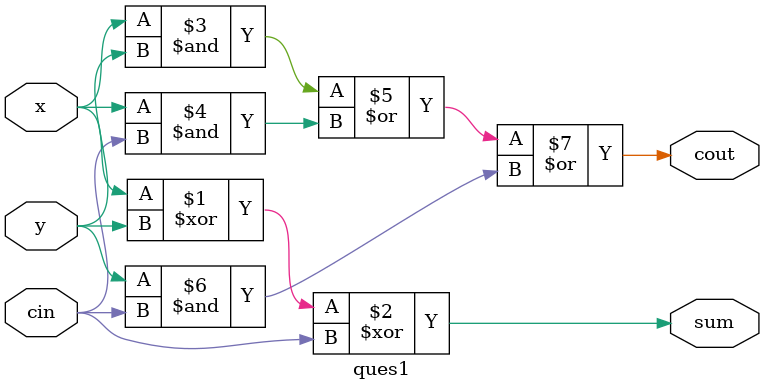
<source format=v>
module ques1(x,y,sum,cin,cout);
input x,y,cin;
output sum,cout;
assign sum=(x^y^cin);
assign cout=(x&y)|(x&cin)|(y&cin);
endmodule



</source>
